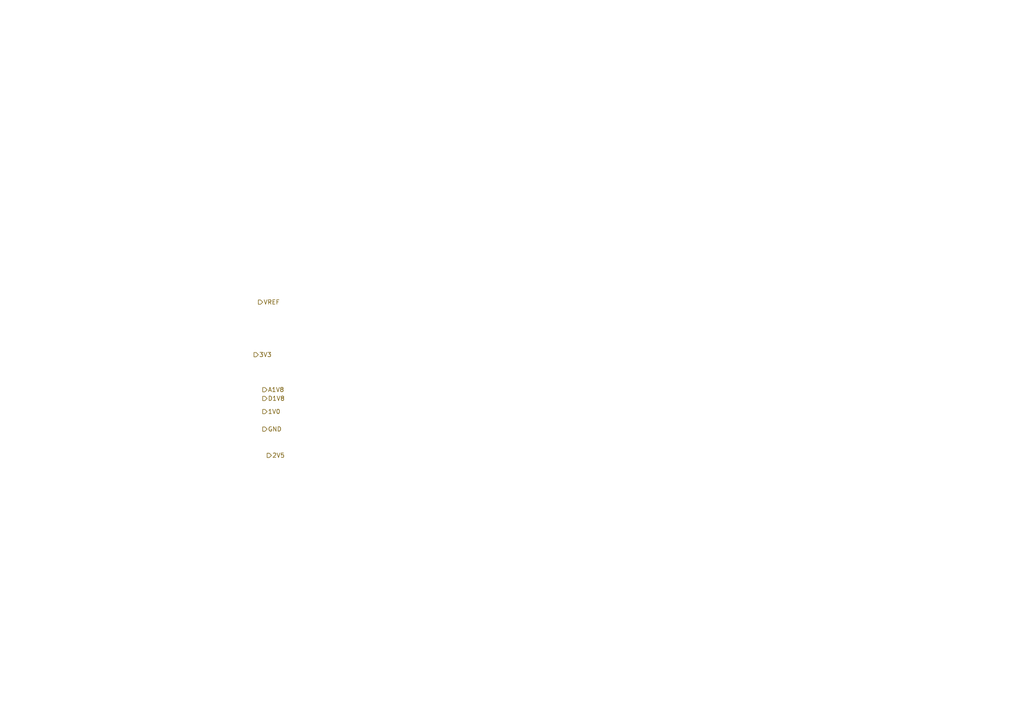
<source format=kicad_sch>
(kicad_sch (version 20211123) (generator eeschema)
  (paper "A4")
  (title_block (title "Digitizer board") (date "2022-07-04") (rev "0.1") (company "A. Zonenberg"))
  (lib_symbols)
  (hierarchical_label "A1V8" (shape output) (at 76.2 113.03 0))
  (hierarchical_label "GND" (shape output) (at 76.2 124.46 0))
  (hierarchical_label "3V3" (shape output) (at 73.66 102.87 0))
  (hierarchical_label "1V0" (shape output) (at 76.2 119.38 0))
  (hierarchical_label "2V5" (shape output) (at 77.47 132.08 0))
  (hierarchical_label "D1V8" (shape output) (at 76.2 115.57 0))
  (hierarchical_label "VREF" (shape output) (at 74.93 87.63 0))
)
</source>
